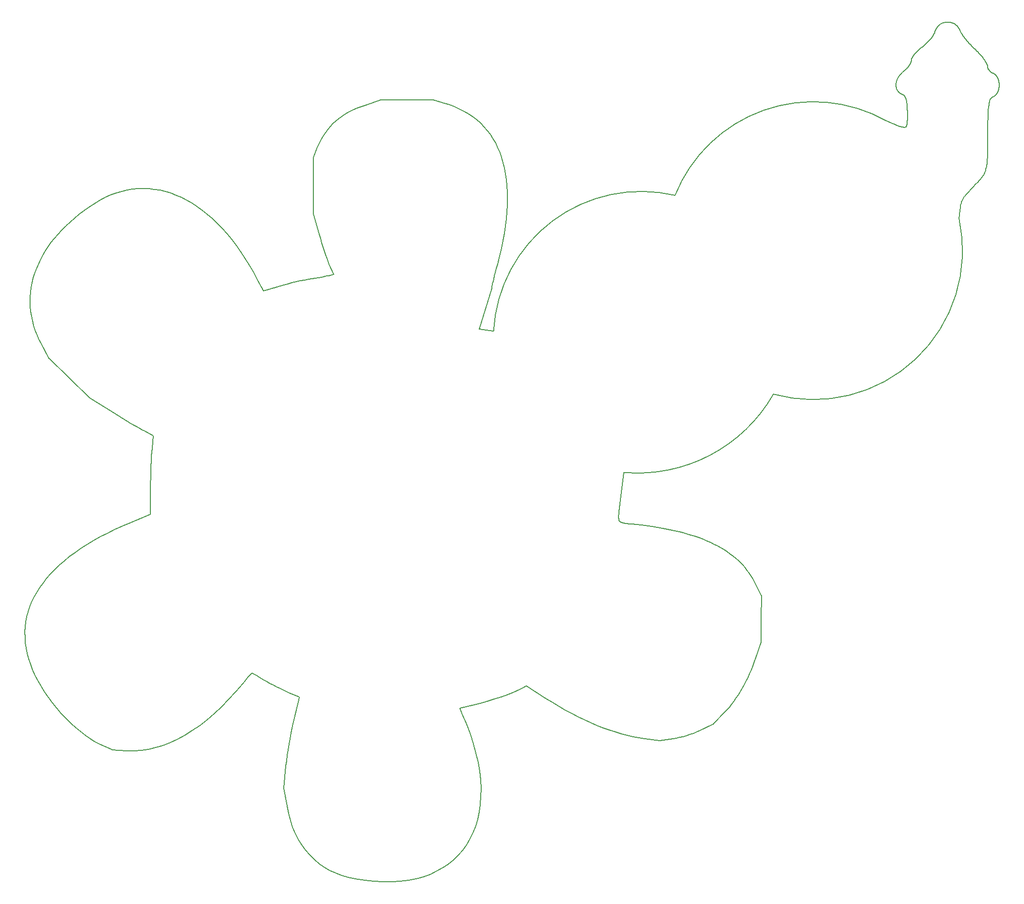
<source format=gbr>
%TF.GenerationSoftware,KiCad,Pcbnew,7.0.9*%
%TF.CreationDate,2023-12-28T12:29:43-06:00*%
%TF.ProjectId,bsidesPR,62736964-6573-4505-922e-6b696361645f,rev?*%
%TF.SameCoordinates,Original*%
%TF.FileFunction,Profile,NP*%
%FSLAX46Y46*%
G04 Gerber Fmt 4.6, Leading zero omitted, Abs format (unit mm)*
G04 Created by KiCad (PCBNEW 7.0.9) date 2023-12-28 12:29:43*
%MOMM*%
%LPD*%
G01*
G04 APERTURE LIST*
%TA.AperFunction,Profile*%
%ADD10C,0.194720*%
%TD*%
G04 APERTURE END LIST*
D10*
X71107855Y-143046124D02*
X71594561Y-143324526D01*
X127046150Y-150035087D02*
X128145396Y-150534771D01*
X60333073Y-61008798D02*
X59436693Y-60360916D01*
X44580512Y-155218720D02*
X44585552Y-155220013D01*
X32047465Y-69708865D02*
X31677288Y-70495133D01*
X134511047Y-152730341D02*
X135527043Y-152959588D01*
X79705360Y-51795470D02*
X79703353Y-51800873D01*
X149551657Y-150754556D02*
X149556033Y-150751315D01*
X77719731Y-171891511D02*
X78378739Y-172800754D01*
X188367121Y-29416549D02*
X188324891Y-29505561D01*
X31951602Y-126905515D02*
X31433041Y-127727641D01*
X183353799Y-42672706D02*
X183378706Y-43000058D01*
X100607237Y-41722347D02*
X100599179Y-41721203D01*
X183155833Y-46417163D02*
X183144954Y-46427677D01*
X70732894Y-74567639D02*
X70577593Y-74279518D01*
X133140766Y-115263598D02*
X133117391Y-115223447D01*
X30371470Y-75332810D02*
X30309144Y-76152163D01*
X145566052Y-117715235D02*
X144019286Y-117274773D01*
X44555805Y-155210569D02*
X44560674Y-155212423D01*
X108685583Y-166106938D02*
X108870470Y-164792463D01*
X149568689Y-150740983D02*
X149572746Y-150737339D01*
X57308955Y-152704839D02*
X58592085Y-151911780D01*
X152339830Y-147768460D02*
X152738113Y-147272431D01*
X79690932Y-51856869D02*
X79690465Y-51862607D01*
X181416169Y-39107759D02*
X181418750Y-39251812D01*
X84713205Y-44585704D02*
X84150257Y-44996605D01*
X29383408Y-134695137D02*
X29392281Y-135608890D01*
X81433903Y-48062559D02*
X81078760Y-48684968D01*
X198257673Y-41222445D02*
X198285681Y-41211957D01*
X181133170Y-45988919D02*
X180824258Y-45856713D01*
X29776694Y-138397649D02*
X30024699Y-139341736D01*
X107099221Y-170793000D02*
X107620597Y-169711170D01*
X113597643Y-57791616D02*
X113537000Y-56706952D01*
X90328435Y-178241901D02*
X91918846Y-178324108D01*
X51818835Y-100389890D02*
X51574694Y-102622312D01*
X197573245Y-36424444D02*
X197529194Y-36346404D01*
X197931837Y-41525439D02*
X197952991Y-41490117D01*
X86969176Y-177798108D02*
X88678074Y-178067182D01*
X133012081Y-114742174D02*
X133009219Y-114658941D01*
X30630275Y-73702313D02*
X30478597Y-74515944D01*
X197370539Y-35674701D02*
X197357477Y-35636806D01*
X143643905Y-153091445D02*
X144244146Y-152939419D01*
X184156457Y-34535078D02*
X184132500Y-34606328D01*
X79722106Y-61540296D02*
X79722949Y-61548142D01*
X71023306Y-75057422D02*
X71016121Y-75058496D01*
X68948210Y-141863291D02*
X68956444Y-141854566D01*
X191854761Y-28613604D02*
X191782051Y-28559508D01*
X100566672Y-41719480D02*
X100566886Y-41719808D01*
X184561033Y-33870622D02*
X184501779Y-33947428D01*
X68573126Y-70633430D02*
X67820805Y-69420153D01*
X68777906Y-142050282D02*
X68864481Y-141954104D01*
X129234885Y-150996762D02*
X130313903Y-151420746D01*
X197808708Y-36720873D02*
X197741935Y-36650690D01*
X51295352Y-109659421D02*
X51277774Y-114128171D01*
X157907888Y-128241074D02*
X157905416Y-128234694D01*
X133165253Y-113001964D02*
X133264000Y-112259189D01*
X195322155Y-56493551D02*
X195707971Y-56090345D01*
X183187332Y-46380409D02*
X183176944Y-46393575D01*
X182950200Y-41089497D02*
X182968944Y-41119099D01*
X111178000Y-73077085D02*
X111323031Y-72480312D01*
X197529194Y-36346404D02*
X197492052Y-36268356D01*
X42567844Y-118043687D02*
X41378229Y-118706470D01*
X149560331Y-150747972D02*
X149564551Y-150744527D01*
X183141455Y-36394617D02*
X183079161Y-36453417D01*
X110861602Y-74608335D02*
X110873191Y-74519098D01*
X191475780Y-28375235D02*
X191395882Y-28337200D01*
X144244146Y-152939419D02*
X144853602Y-152762687D01*
X75386713Y-166367798D02*
X75721688Y-167599121D01*
X184088370Y-34889722D02*
X184086900Y-34920191D01*
X44575502Y-155217315D02*
X44580512Y-155218720D01*
X195256369Y-32956090D02*
X195043993Y-32755302D01*
X91457503Y-41760816D02*
X88875472Y-42610425D01*
X43811995Y-117395646D02*
X42567844Y-118043687D01*
X34204937Y-147078274D02*
X34955344Y-148009100D01*
X52934164Y-57505144D02*
X51983536Y-57343394D01*
X30678386Y-80260002D02*
X30890175Y-81078540D01*
X197348423Y-52265296D02*
X197385638Y-51594283D01*
X101254569Y-176463841D02*
X102314568Y-175872221D01*
X197028741Y-35004879D02*
X196967977Y-34911318D01*
X68980879Y-141841129D02*
X68988181Y-141844744D01*
X183324665Y-46031407D02*
X183309606Y-46095368D01*
X47212302Y-57485685D02*
X46261311Y-57707177D01*
X145462979Y-152564137D02*
X146062984Y-152346658D01*
X76001876Y-73670918D02*
X75271114Y-73851571D01*
X184082510Y-34954562D02*
X184075229Y-34992587D01*
X70990891Y-75030826D02*
X70981737Y-75015527D01*
X198083562Y-41328862D02*
X198106541Y-41309198D01*
X50075715Y-57208891D02*
X49120486Y-57236945D01*
X133009219Y-114658941D02*
X133008668Y-114569898D01*
X121428444Y-146982220D02*
X122565810Y-147665675D01*
X45313696Y-57993956D02*
X44370440Y-58346426D01*
X199303244Y-40010473D02*
X199325503Y-39933048D01*
X191554452Y-28416484D02*
X191475780Y-28375235D01*
X33849678Y-124512369D02*
X33160290Y-125297675D01*
X197652606Y-42429412D02*
X197683891Y-42265014D01*
X183023149Y-46492099D02*
X183005517Y-46496736D01*
X179740957Y-45386126D02*
G75*
G03*
X142856688Y-58397001I-12744967J-22656224D01*
G01*
X183409083Y-44728251D02*
X183406031Y-44984209D01*
X198033783Y-36904773D02*
X197955123Y-36848697D01*
X197401476Y-35786803D02*
X197392591Y-35749643D01*
X79705558Y-56698270D02*
X79721190Y-61516629D01*
X111857688Y-70430600D02*
X112224421Y-69024441D01*
X198204335Y-41246295D02*
X198230580Y-41233847D01*
X69869486Y-142331243D02*
X70250107Y-142548663D01*
X197255448Y-53121123D02*
X197292055Y-52853671D01*
X70666048Y-142788740D02*
X71107855Y-143046124D01*
X79725437Y-61563729D02*
X79727080Y-61571456D01*
X190293479Y-28135785D02*
X190293448Y-28135816D01*
X67428168Y-143655530D02*
X67747638Y-143265898D01*
X182787004Y-40899257D02*
X182808733Y-40918788D01*
X69306469Y-71900837D02*
X68573126Y-70633430D01*
X133020935Y-114265871D02*
X133029685Y-114151547D01*
X33530933Y-86819845D02*
X33533368Y-86823699D01*
X182332922Y-46426132D02*
X182237824Y-46399733D01*
X147717645Y-118467687D02*
X147022897Y-118204596D01*
X84665319Y-177204176D02*
X85790386Y-177539543D01*
X183039751Y-46487080D02*
X183023149Y-46492099D01*
X48165688Y-57329075D02*
X47212302Y-57485685D01*
X78836409Y-73079129D02*
X78184527Y-73196916D01*
X157922169Y-128314593D02*
X157921870Y-128307735D01*
X133084659Y-113630077D02*
X133165253Y-113001964D01*
X33412864Y-67398286D02*
X32915548Y-68159773D01*
X183884488Y-35458136D02*
X183849923Y-35519006D01*
X30512914Y-79439455D02*
X30678386Y-80260002D01*
X74568266Y-161920666D02*
X74568379Y-161928275D01*
X185301594Y-33071979D02*
X185133585Y-33232098D01*
X130313903Y-151420746D02*
X131381740Y-151806409D01*
X197322881Y-52568963D02*
X197348423Y-52265296D01*
X33535878Y-86827502D02*
X33538463Y-86831254D01*
X77123514Y-170915601D02*
X77719731Y-171891511D01*
X181490220Y-39667785D02*
X181535089Y-39799104D01*
X183407097Y-43741839D02*
X183410636Y-44157285D01*
X110600376Y-47771823D02*
X110074864Y-47078060D01*
X199043965Y-40584193D02*
X199084719Y-40517801D01*
X30890175Y-81078540D02*
X31148534Y-81894321D01*
X182506795Y-46467999D02*
X182422574Y-46448861D01*
X75398871Y-145237485D02*
X77293402Y-146057797D01*
X196968250Y-54256276D02*
X197041242Y-54051714D01*
X197440456Y-36115363D02*
X197432642Y-36078331D01*
X31453714Y-82706595D02*
X31805969Y-83514612D01*
X113634424Y-145578691D02*
X114684064Y-145172337D01*
X150855381Y-119968411D02*
X150272573Y-119643466D01*
X79721190Y-61516629D02*
X79721225Y-61524533D01*
X79692293Y-51845448D02*
X79691542Y-51851149D01*
X193125791Y-30503495D02*
X192987002Y-30297610D01*
X74412189Y-144786329D02*
X74932679Y-145031097D01*
X192364464Y-29161795D02*
X192308733Y-29082060D01*
X81194720Y-66693102D02*
X81688180Y-68234157D01*
X193278650Y-30718846D02*
X193125791Y-30503495D01*
X133481024Y-152461520D02*
X134511047Y-152730341D01*
X108468773Y-157460094D02*
X108115379Y-155855308D01*
X198802617Y-40884038D02*
X198855904Y-40828908D01*
X187274822Y-31333090D02*
X187114938Y-31509647D01*
X188169901Y-29949858D02*
X188147220Y-30013737D01*
X146305705Y-117953789D02*
X145566052Y-117715235D01*
X156406285Y-125337029D02*
X156112370Y-124847849D01*
X184501779Y-33947428D02*
X184445614Y-34023312D01*
X74568379Y-161928275D02*
X74568742Y-161935874D01*
X75293390Y-155251029D02*
X75151875Y-156230561D01*
X198906684Y-37473038D02*
X198855909Y-37415322D01*
X64943624Y-146488000D02*
X66191302Y-145118173D01*
X187922465Y-30461030D02*
X187871558Y-30543822D01*
X198627676Y-37211985D02*
X198564325Y-37168867D01*
X181431992Y-39393556D02*
X181455835Y-39532408D01*
X94914175Y-178218348D02*
X96316269Y-178034062D01*
X108978373Y-162005649D02*
X108899152Y-160537220D01*
X182422574Y-46448861D02*
X182332922Y-46426132D01*
X153507594Y-146217808D02*
X153878066Y-145660565D01*
X80747885Y-49342446D02*
X80439925Y-50036206D01*
X36255506Y-122233620D02*
X35397495Y-122980116D01*
X33528573Y-86815943D02*
X33530933Y-86819845D01*
X182400904Y-40702142D02*
X182472896Y-40732748D01*
X44600836Y-155223204D02*
X44605979Y-155224038D01*
X184297742Y-34246192D02*
X184256018Y-34319149D01*
X196337514Y-55358424D02*
X196467322Y-55181703D01*
X157906668Y-132378110D02*
X157922263Y-128321469D01*
X81814670Y-47474006D02*
X81433903Y-48062559D01*
X195888308Y-33580192D02*
X195684479Y-33369435D01*
X183262589Y-36273867D02*
X183202631Y-36334720D01*
X47869570Y-115542233D02*
X46463067Y-116144693D01*
X64638367Y-65117107D02*
X63803626Y-64181052D01*
X82429018Y-72427435D02*
X82098534Y-72493867D01*
X70999465Y-75044999D02*
X70990891Y-75030826D01*
X49301487Y-99049382D02*
X49850823Y-99359632D01*
X71594561Y-143324526D02*
X72129702Y-143619305D01*
X182031232Y-46335623D02*
X181919709Y-46297757D01*
X44595716Y-155222255D02*
X44600836Y-155223204D01*
X110074864Y-47078060D02*
X109507804Y-46422215D01*
X33558561Y-86855998D02*
X33561709Y-86859302D01*
X49850823Y-99359632D02*
X50275866Y-99589108D01*
X182199795Y-40595783D02*
X182264346Y-40633587D01*
X148389969Y-118743090D02*
X147717645Y-118467687D01*
X187698637Y-30801130D02*
X187634738Y-30889010D01*
X33552468Y-86849211D02*
X33555480Y-86852634D01*
X51983536Y-57343394D02*
X51030393Y-57244508D01*
X197494617Y-44011830D02*
X197529450Y-43478369D01*
X183996497Y-35228793D02*
X183972491Y-35283510D01*
X199363467Y-38468794D02*
X199345560Y-38389555D01*
X36543666Y-149773815D02*
X37369310Y-150593908D01*
X197105979Y-53836957D02*
X197162906Y-53611064D01*
X198199553Y-36997341D02*
X198157208Y-36976891D01*
X198855909Y-37415322D02*
X198802622Y-37360191D01*
X199426096Y-39287335D02*
X199429186Y-39204770D01*
X44585552Y-155220013D02*
X44590621Y-155221191D01*
X183730948Y-35706120D02*
X183686438Y-35769315D01*
X108677354Y-81738827D02*
X111177355Y-82138827D01*
X182742362Y-40863535D02*
X182764882Y-40880849D01*
X184974722Y-33393166D02*
X184825891Y-33554130D01*
X30393506Y-78617648D02*
X30512914Y-79439455D01*
X70922337Y-74910943D02*
X70865859Y-74809772D01*
X197423545Y-36006413D02*
X197422385Y-35971723D01*
X40710946Y-93763096D02*
X40715543Y-93766822D01*
X192915039Y-59376884D02*
X192985868Y-59217692D01*
X140139105Y-153643811D02*
X140146894Y-153644742D01*
X156451473Y-140573423D02*
X156718906Y-139869011D01*
X182623643Y-40792325D02*
X182648218Y-40804619D01*
X67050337Y-68261444D02*
X66262554Y-67157741D01*
X182648218Y-40804619D02*
X182672373Y-40817857D01*
X182264346Y-40633587D02*
X182331385Y-40669064D01*
X198498452Y-37129170D02*
X198430055Y-37093060D01*
X131381740Y-151806409D02*
X132437684Y-152153438D01*
X183488245Y-36023672D02*
X183434157Y-36086960D01*
X135527043Y-152959588D02*
X136528300Y-153148949D01*
X108968440Y-163424715D02*
X108978373Y-162005649D01*
X183182120Y-41641667D02*
X183209920Y-41746858D01*
X154310745Y-122593494D02*
X153883881Y-122180727D01*
X112548189Y-67649115D02*
X112829041Y-66304916D01*
X38207761Y-151363296D02*
X39052884Y-152075081D01*
X40243359Y-119383770D02*
X39163442Y-120075361D01*
X183391664Y-45436228D02*
X183378868Y-45631950D01*
X79703353Y-51800873D02*
X79701485Y-51806320D01*
X183090519Y-41367017D02*
X183122292Y-41451833D01*
X133458453Y-115508548D02*
X133402627Y-115482536D01*
X134464537Y-115732287D02*
X134223044Y-115698422D01*
X183208048Y-46350974D02*
X183197714Y-46366269D01*
X107126588Y-152523065D02*
X106488955Y-150799518D01*
X183209920Y-41746858D02*
X183235902Y-41858689D01*
X55761133Y-58363546D02*
X54823945Y-58015624D01*
X192797385Y-59711957D02*
X192852383Y-59541148D01*
X44611142Y-155224756D02*
X44616324Y-155225358D01*
X149667414Y-119330951D02*
X149039886Y-119030835D01*
X91529776Y-41749112D02*
X91520576Y-41749307D01*
X40635849Y-60421251D02*
X39733897Y-61056757D01*
X149572746Y-150737339D02*
X149576718Y-150733597D01*
X83252425Y-72235379D02*
X82654769Y-72377957D01*
X29392281Y-135608890D02*
X29460666Y-136530826D01*
X136528300Y-153148949D02*
X137514105Y-153298108D01*
X198061039Y-41350366D02*
X198083562Y-41328862D01*
X157905416Y-128234694D02*
X157902752Y-128228383D01*
X199303224Y-38233750D02*
X199278769Y-38157375D01*
X91475178Y-41755734D02*
X91466295Y-41758097D01*
X30024699Y-139341736D02*
X30332941Y-140292408D01*
X128145396Y-150534771D02*
X129234885Y-150996762D01*
X71008284Y-75059827D02*
X70999465Y-75044999D01*
X186506644Y-32097065D02*
X186415617Y-32174668D01*
X195473491Y-33160946D02*
X195256369Y-32956090D01*
X183005517Y-46496736D02*
X182986777Y-46501035D01*
X67820805Y-69420153D02*
X67050337Y-68261444D01*
X193154114Y-58908619D02*
X193252561Y-58755790D01*
X184091232Y-34818962D02*
X184088370Y-34889722D01*
X71070784Y-75049832D02*
X71060737Y-75051820D01*
X193480687Y-58446168D02*
X193611397Y-58286426D01*
X80057904Y-72868651D02*
X78836409Y-73079129D01*
X68049021Y-142902318D02*
X68325622Y-142573059D01*
X195684479Y-33369435D02*
X195473491Y-33160946D01*
X182137739Y-40555725D02*
X182199795Y-40595783D01*
X83594983Y-176793134D02*
X84665319Y-177204176D01*
X31350081Y-71288327D02*
X31066269Y-72087756D01*
X197752627Y-41978525D02*
X197789787Y-41855631D01*
X33951971Y-66646393D02*
X33412864Y-67398286D01*
X197623572Y-42608449D02*
X197652606Y-42429412D01*
X79695393Y-51828491D02*
X79694219Y-51834117D01*
X191232826Y-28270778D02*
X191149879Y-28242394D01*
X194408624Y-32098526D02*
X194202341Y-31868083D01*
X91511401Y-41749868D02*
X91502264Y-41750793D01*
X157914150Y-128260586D02*
X157912257Y-128254024D01*
X182021142Y-40469141D02*
X182078185Y-40513487D01*
X199278769Y-38157375D02*
X199252105Y-38082147D01*
X181676034Y-38070089D02*
X181610701Y-38219109D01*
X79699754Y-51811808D02*
X79698161Y-51817334D01*
X71016121Y-75058496D02*
X71008284Y-75059827D01*
X111323031Y-72480312D02*
X111487059Y-71830031D01*
X199345579Y-39854668D02*
X199363484Y-39775430D01*
X199192098Y-37935514D02*
X199158728Y-37864301D01*
X198746817Y-40936415D02*
X198802617Y-40884038D01*
X59872809Y-151020227D02*
X61149726Y-150031126D01*
X48377369Y-155418882D02*
X49638110Y-155341791D01*
X79690465Y-51862607D02*
X79690142Y-51868359D01*
X181773833Y-40218343D02*
X181818216Y-40272135D01*
X105297301Y-148005139D02*
X107799262Y-147401624D01*
X196903554Y-34815930D02*
X196835585Y-34718837D01*
X182331385Y-40669064D02*
X182400904Y-40702142D01*
X199325503Y-39933048D02*
X199345579Y-39854668D01*
X79690142Y-51868359D02*
X79689961Y-51874122D01*
X199252105Y-38082147D02*
X199223219Y-38008161D01*
X70865859Y-74809772D02*
X70802468Y-74694956D01*
X133736497Y-115601899D02*
X133658353Y-115580062D01*
X197327542Y-35559893D02*
X197310775Y-35520762D01*
X182385733Y-37065457D02*
X182257854Y-37202389D01*
X86618088Y-43500317D02*
X85945766Y-43838773D01*
X113262203Y-63711066D02*
X113414613Y-62462000D01*
X68570746Y-142286389D02*
X68679548Y-142161487D01*
X181966616Y-40422760D02*
X182021142Y-40469141D01*
X197212564Y-53373020D02*
X197255448Y-53121123D01*
X192757539Y-29922179D02*
X192669818Y-29756606D01*
X182078185Y-40513487D02*
X182137739Y-40555725D01*
X188285757Y-29597398D02*
X188249823Y-29692048D01*
X153127489Y-146755322D02*
X153507594Y-146217808D01*
X193252561Y-58755790D02*
X193361247Y-58602131D01*
X182138677Y-37342102D02*
X182028278Y-37484246D01*
X44550976Y-155208604D02*
X44555805Y-155210569D01*
X184392748Y-34098349D02*
X184343388Y-34172617D01*
X198242398Y-37015833D02*
X198199553Y-36997341D01*
X197467257Y-44615873D02*
X197494617Y-44011830D01*
X30291873Y-76973253D02*
X30319910Y-77795331D01*
X71051973Y-75053362D02*
X71044171Y-75054576D01*
X183361340Y-45807255D02*
X183338339Y-45961972D01*
X196045498Y-55716203D02*
X196197021Y-55536062D01*
X199420929Y-39369712D02*
X199426096Y-39287335D01*
X44370440Y-58346426D02*
X43432524Y-58764990D01*
X108899152Y-160537220D02*
X108729658Y-159021383D01*
X182585598Y-46483623D02*
X182506795Y-46467999D01*
X199379233Y-39695428D02*
X199392838Y-39614760D01*
X196967977Y-34911318D02*
X196903554Y-34815930D01*
X196835585Y-34718837D02*
X196764182Y-34620160D01*
X197741935Y-36650690D02*
X197680106Y-36577370D01*
X180824258Y-45856713D02*
X179740957Y-45386126D01*
X191925718Y-28670909D02*
X191854761Y-28613604D01*
X74932679Y-145031097D02*
X75398871Y-145239484D01*
X197408863Y-35823830D02*
X197401476Y-35786803D01*
X149538088Y-150763647D02*
X149542683Y-150760723D01*
X199000709Y-40648667D02*
X199043965Y-40584193D01*
X70802468Y-74694956D02*
X70732894Y-74567639D01*
X74572692Y-161966046D02*
X75119567Y-165073453D01*
X113067029Y-64992136D02*
X113262203Y-63711066D01*
X142508246Y-153309827D02*
X143062174Y-153215877D01*
X184132500Y-34606328D02*
X184113505Y-34677341D01*
X142382453Y-116882978D02*
X140655405Y-116539614D01*
X185661503Y-32758782D02*
X185477863Y-32913856D01*
X199122973Y-40449656D02*
X199158728Y-40379926D01*
X181750536Y-37921741D02*
X181676034Y-38070089D01*
X182727014Y-46504633D02*
X182659000Y-46495808D01*
X133046502Y-115021106D02*
X133034463Y-114959064D01*
X81688180Y-68234157D02*
X81931117Y-68950787D01*
X192708325Y-60082292D02*
X192749515Y-59891596D01*
X133024708Y-114892032D02*
X133017246Y-114819803D01*
X70971175Y-74997327D02*
X70922337Y-74910943D01*
X96316269Y-178034062D02*
X97652767Y-177764628D01*
X62093005Y-62479656D02*
X61218787Y-61715190D01*
X189456829Y-28350173D02*
X189300586Y-28430638D01*
X183005378Y-41182515D02*
X183023076Y-41216388D01*
X182672373Y-40817857D02*
X182696112Y-40832069D01*
X181732005Y-40162880D02*
X181773833Y-40218343D01*
X113537000Y-56706952D02*
X113433900Y-55656044D01*
X79727080Y-61571456D02*
X79728987Y-61579129D01*
X39898544Y-152722366D02*
X40738604Y-153298254D01*
X100566886Y-41719808D02*
X96047354Y-41735410D01*
X132437684Y-152153438D02*
X133481024Y-152461520D01*
X40729891Y-93777276D02*
X40734851Y-93780515D01*
X183434157Y-36086960D02*
X183378451Y-36149847D01*
X183686438Y-35769315D02*
X183639814Y-35832807D01*
X71037008Y-75055579D02*
X71023306Y-75057422D01*
X137514105Y-153298108D02*
X140139105Y-153643811D01*
X182911635Y-41034354D02*
X182931099Y-41061259D01*
X152963467Y-121393066D02*
X152469881Y-121018113D01*
X183309606Y-46095368D02*
X183293296Y-46153893D01*
X198627670Y-41032243D02*
X198688502Y-40985873D01*
X69533637Y-142141828D02*
X69869486Y-142331243D01*
X183540617Y-35960125D02*
X183488245Y-36023672D01*
X111055621Y-73607476D02*
X111113746Y-73351362D01*
X151954016Y-120655705D02*
X151415856Y-120305814D01*
X107620597Y-169711170D02*
X108059528Y-168568247D01*
X192560375Y-29512719D02*
X192515661Y-29420193D01*
X152469881Y-121018113D02*
X151954016Y-120655705D01*
X157917350Y-128273861D02*
X157915848Y-128267200D01*
X44546189Y-155206528D02*
X44550976Y-155208604D01*
X197910681Y-41563527D02*
X197931837Y-41525439D01*
X199278788Y-40086848D02*
X199303244Y-40010473D01*
X71305311Y-74995851D02*
X71177707Y-75026441D01*
X106488955Y-150799518D02*
X105754340Y-149040296D01*
X43432524Y-58764990D02*
X42500931Y-59250051D01*
X33533368Y-86823699D02*
X33535878Y-86827502D01*
X151933004Y-148242734D02*
X152339830Y-147768460D01*
X100615252Y-41723774D02*
X100607237Y-41722347D01*
X133264620Y-115397247D02*
X133227738Y-115366226D01*
X110850446Y-74659822D02*
X110852757Y-74652642D01*
X107668357Y-154208980D02*
X107126588Y-152523065D01*
X181418209Y-46106756D02*
X181133170Y-45988919D01*
X186947842Y-31683545D02*
X186774768Y-31853323D01*
X81931117Y-68950787D02*
X82162004Y-69602483D01*
X192852383Y-59541148D02*
X192915039Y-59376884D01*
X182871604Y-40984426D02*
X182891805Y-41008753D01*
X113288391Y-54639187D02*
X113100526Y-53656671D01*
X199043967Y-37660036D02*
X199000711Y-37595562D01*
X182851028Y-40961343D02*
X182871604Y-40984426D01*
X189782918Y-28226481D02*
X189617886Y-28282081D01*
X91484141Y-41753728D02*
X91475178Y-41755734D01*
X110854831Y-74645394D02*
X110856667Y-74638083D01*
X184099680Y-34748193D02*
X184091232Y-34818962D01*
X91502264Y-41750793D02*
X91493173Y-41752080D01*
X110060538Y-146779538D02*
X111275116Y-146398622D01*
X197955123Y-36848697D02*
X197879934Y-36787136D01*
X187871558Y-30543822D02*
X187817190Y-30628276D01*
X91466295Y-41758097D02*
X91457503Y-41760816D01*
X199430213Y-39122113D02*
X199429185Y-39039456D01*
X110859619Y-74623298D02*
X110860732Y-74615836D01*
X100123329Y-176977676D02*
X101254569Y-176463841D01*
X197432642Y-36078331D02*
X197426985Y-36041982D01*
X85790386Y-177539543D02*
X86969176Y-177798108D01*
X192127012Y-28862065D02*
X192061949Y-28795141D01*
X187817190Y-30628276D02*
X187759502Y-30714132D01*
X196446588Y-34212402D02*
X196270388Y-34003042D01*
X197572266Y-43011803D02*
X197623572Y-42608449D01*
X33541120Y-86834954D02*
X33543850Y-86838601D01*
X33546652Y-86842193D02*
X33549525Y-86845730D01*
X198074261Y-36930509D02*
X198033783Y-36904773D01*
X183302971Y-42234667D02*
X183321714Y-42373699D01*
X193361247Y-58602131D02*
X193480687Y-58446168D01*
X79728987Y-61579129D02*
X80738753Y-65153348D01*
X199363484Y-39775430D02*
X199379233Y-39695428D01*
X197418492Y-49949885D02*
X197422385Y-47811566D01*
X105243826Y-43305166D02*
X104391373Y-42925617D01*
X51519316Y-103204767D02*
X51469233Y-103928572D01*
X69026029Y-141863426D02*
X69035590Y-141868390D01*
X153878066Y-145660565D02*
X154238542Y-145084269D01*
X109507804Y-46422215D02*
X108899391Y-45804677D01*
X133900000Y-106800000D02*
G75*
G03*
X160020380Y-93125663I2400000J27200000D01*
G01*
X182522234Y-36931659D02*
X182385733Y-37065457D01*
X79696708Y-51822896D02*
X79695393Y-51828491D01*
X44605979Y-155224038D02*
X44611142Y-155224756D01*
X198038908Y-41373843D02*
X198061039Y-41350366D01*
X198746823Y-37307814D02*
X198688508Y-37258356D01*
X188412342Y-29330379D02*
X188367121Y-29416549D01*
X30225353Y-130263098D02*
X29939393Y-131129943D01*
X81622534Y-175748528D02*
X82580385Y-176307543D01*
X140178185Y-153645807D02*
X140186008Y-153645408D01*
X198285681Y-37032269D02*
X198242398Y-37015833D01*
X189150000Y-28523357D02*
X189005910Y-28628213D01*
X155458185Y-123907885D02*
X155097878Y-123457043D01*
X188679626Y-28942668D02*
X188621029Y-29014409D01*
X40738604Y-153298254D02*
X41566929Y-153795847D01*
X111487059Y-71830031D02*
X111666480Y-71141656D01*
X184445614Y-34023312D02*
X184392748Y-34098349D01*
X193620677Y-31170002D02*
X193444105Y-30941677D01*
X183238216Y-46297220D02*
X183228315Y-46316454D01*
X53881294Y-57729356D02*
X52934164Y-57505144D01*
X30972358Y-128561547D02*
X30569735Y-129406832D01*
X75801341Y-152324632D02*
X75623012Y-153268564D01*
X187498407Y-31066374D02*
X187426261Y-31155339D01*
X51574694Y-102622312D02*
X51572695Y-102622312D01*
X198285681Y-41211957D02*
X198359130Y-41183522D01*
X83621058Y-45434081D02*
X83124254Y-45899346D01*
X196796113Y-54641160D02*
X196886656Y-54452229D01*
X183639814Y-35832807D02*
X183591173Y-35896457D01*
X79689925Y-51879895D02*
X79705558Y-56698270D01*
X82654769Y-72377957D02*
X82429018Y-72427435D01*
X110860732Y-74615836D02*
X110861602Y-74608335D01*
X182987335Y-41150095D02*
X183005378Y-41182515D01*
X197422385Y-35971723D02*
X197421514Y-35934670D01*
X44570524Y-155215796D02*
X44575502Y-155217315D01*
X198115424Y-36954581D02*
X198074261Y-36930509D01*
X33160290Y-125297675D02*
X32527528Y-126095465D01*
X187426261Y-31155339D02*
X187274822Y-31333090D01*
X62421435Y-148945424D02*
X63686535Y-147764066D01*
X182886563Y-36621848D02*
X182820792Y-36674870D01*
X151415856Y-120305814D02*
X150855381Y-119968411D01*
X140162526Y-153645807D02*
X140170355Y-153645940D01*
X142856685Y-58397008D02*
G75*
G03*
X111177355Y-82138827I-5901815J-25131242D01*
G01*
X111525982Y-49271553D02*
X111084147Y-48503117D01*
X183176944Y-46393575D02*
X183166470Y-46405811D01*
X133117391Y-115223447D02*
X133096272Y-115179326D01*
X108414896Y-167366184D02*
X108685583Y-166106938D01*
X183110076Y-46454646D02*
X183097440Y-46462263D01*
X40702043Y-93755292D02*
X40706445Y-93759252D01*
X33526290Y-86811992D02*
X33528573Y-86815943D01*
X100582966Y-41719769D02*
X100574825Y-41719480D01*
X190379742Y-28131928D02*
X190293479Y-28135785D01*
X75982164Y-151451569D02*
X75801341Y-152324632D01*
X37169307Y-121500511D02*
X36255506Y-122233620D01*
X30478597Y-74515944D02*
X30371470Y-75332810D01*
X193753893Y-58121430D02*
X193908691Y-57949705D01*
X197432925Y-46050445D02*
X197467257Y-44615873D01*
X72413700Y-74686757D02*
X71988931Y-74811117D01*
X35154376Y-65174062D02*
X34532574Y-65904762D01*
X149542683Y-150760723D02*
X149547207Y-150757692D01*
X197187940Y-35273395D02*
X197138835Y-35186039D01*
X51030393Y-57244508D02*
X50075715Y-57208891D01*
X140154703Y-153645408D02*
X140162526Y-153645807D01*
X183260069Y-41977226D02*
X183282424Y-42102530D01*
X183152814Y-41543303D02*
X183182120Y-41641667D01*
X75721688Y-167599121D02*
X76123485Y-168768279D01*
X182986777Y-46501035D02*
X182945483Y-46507861D01*
X192644473Y-60502432D02*
X192708325Y-60082292D01*
X196467322Y-55181703D02*
X196586793Y-55004310D01*
X182951615Y-36567172D02*
X182886563Y-36621848D01*
X71451882Y-74958560D02*
X71305311Y-74995851D01*
X197292055Y-52853671D02*
X197322881Y-52568963D01*
X186139735Y-32393982D02*
X186047354Y-32461980D01*
X44560674Y-155212423D02*
X44565581Y-155214166D01*
X30332941Y-140292408D02*
X30701602Y-141249265D01*
X199325483Y-38311175D02*
X199303224Y-38233750D01*
X157919759Y-128287310D02*
X157918654Y-128280566D01*
X29543467Y-132893777D02*
X29433863Y-133789966D01*
X192602072Y-29608441D02*
X192560375Y-29512719D01*
X183266784Y-46231569D02*
X183257467Y-46254782D01*
X31433041Y-127727641D02*
X30972358Y-128561547D01*
X183282424Y-42102530D02*
X183302971Y-42234667D01*
X198154132Y-41274860D02*
X198178874Y-41259923D01*
X54741082Y-153991685D02*
X56024820Y-153398456D01*
X149039886Y-119030835D02*
X148389969Y-118743090D01*
X122565810Y-147665675D02*
X123696975Y-148313002D01*
X197232932Y-35358441D02*
X197187940Y-35273395D01*
X149547207Y-150757692D02*
X149551657Y-150754556D01*
X72696159Y-143921668D02*
X73276807Y-144222821D01*
X46261311Y-57707177D02*
X45313696Y-57993956D01*
X154928052Y-143877217D02*
X155256360Y-143247812D01*
X133053503Y-113903642D02*
X133084659Y-113630077D01*
X182667280Y-36801346D02*
X182522234Y-36931659D01*
X70020003Y-73221936D02*
X69306469Y-71900837D01*
X188120079Y-30081098D02*
X188088620Y-30151680D01*
X134223044Y-115698422D02*
X134112255Y-115680632D01*
X191782051Y-28559508D02*
X191707692Y-28508622D01*
X32915548Y-68159773D02*
X32460317Y-68930189D01*
X188460448Y-29247066D02*
X188412342Y-29330379D01*
X184256018Y-34319149D02*
X184218424Y-34391565D01*
X53459140Y-154483580D02*
X54741082Y-153991685D01*
X196586793Y-55004310D02*
X196696275Y-54824658D01*
X157910169Y-128247519D02*
X157907888Y-128241074D01*
X197529450Y-43478369D02*
X197572266Y-43011803D01*
X181680136Y-46210019D02*
X181418209Y-46106756D01*
X31638170Y-143192772D02*
X32202361Y-144174682D01*
X133227738Y-115366226D02*
X133195064Y-115333823D01*
X34532574Y-65904762D02*
X33951971Y-66646393D01*
X182891805Y-41008753D02*
X182911635Y-41034354D01*
X191994815Y-28731422D02*
X191925718Y-28670909D01*
X88875472Y-42610425D02*
X88081587Y-42887357D01*
X116285590Y-144448499D02*
X116930121Y-144102796D01*
X191314862Y-28302381D02*
X191232826Y-28270778D01*
X183396463Y-43356266D02*
X183407097Y-43741839D01*
X44565581Y-155214166D02*
X44570524Y-155215796D01*
X133195064Y-115333823D02*
X133166388Y-115299985D01*
X199158728Y-40379926D02*
X199192105Y-40308711D01*
X197273903Y-35440872D02*
X197232932Y-35358441D01*
X78378739Y-172800754D02*
X79099531Y-173642203D01*
X181802682Y-46255915D02*
X181680136Y-46210019D01*
X183070182Y-46475710D02*
X183055403Y-46481632D01*
X184343388Y-34172617D02*
X184297742Y-34246192D01*
X183406031Y-44984209D02*
X183400471Y-45220258D01*
X198106541Y-41309198D02*
X198130043Y-41291241D01*
X193444105Y-30941677D02*
X193278650Y-30718846D01*
X198688502Y-40985873D02*
X198746817Y-40936415D01*
X133911318Y-115642884D02*
X133820748Y-115622822D01*
X70976683Y-75006901D02*
X70971175Y-74997327D01*
X185133585Y-33232098D02*
X184974722Y-33393166D01*
X133014520Y-114373568D02*
X133020935Y-114265871D01*
X69035590Y-141868390D02*
X69135079Y-141921668D01*
X182237824Y-46399733D02*
X182137266Y-46369589D01*
X199413667Y-38792419D02*
X199404305Y-38710704D01*
X106056092Y-43725351D02*
X105243826Y-43305166D01*
X133077413Y-115131032D02*
X133060821Y-115078360D01*
X31148534Y-81894321D02*
X31453714Y-82706595D01*
X69002314Y-141851621D02*
X69017460Y-141859081D01*
X107799262Y-147401624D02*
X108886071Y-147119315D01*
X41566929Y-153795847D02*
X42377383Y-154208249D01*
X183284715Y-46181129D02*
X183275872Y-46207019D01*
X182789655Y-46510173D02*
X182727014Y-46504633D01*
X183144954Y-46427677D02*
X183133754Y-46437399D01*
X191631791Y-28460947D02*
X191554452Y-28416484D01*
X199379218Y-38548796D02*
X199363467Y-38468794D01*
X194001271Y-31635191D02*
X193806891Y-31401835D01*
X189005910Y-28628213D02*
X188869157Y-28745086D01*
X184218424Y-34391565D02*
X184185168Y-34463516D01*
X37369310Y-150593908D02*
X38207761Y-151363296D01*
X66262554Y-67157741D02*
X65458287Y-66109483D01*
X133402627Y-115482536D02*
X133351854Y-115455350D01*
X51383059Y-105687354D02*
X51322366Y-107672892D01*
X194830926Y-32544121D02*
X194618645Y-32324534D01*
X184075229Y-34992587D02*
X184065087Y-35034015D01*
X183228315Y-46316454D02*
X183218253Y-46334370D01*
X151517996Y-148694577D02*
X151933004Y-148242734D01*
X75119567Y-165073453D02*
X75119567Y-165075437D01*
X190638964Y-28139727D02*
X190552590Y-28133900D01*
X120285590Y-146262952D02*
X121428444Y-146982220D01*
X140186008Y-153645408D02*
X140193817Y-153644742D01*
X70577593Y-74279518D02*
X70404200Y-73953559D01*
X30701602Y-141249265D02*
X31135871Y-142215334D01*
X160020379Y-93125666D02*
G75*
G03*
X192448824Y-62566480I6975611J25083316D01*
G01*
X197828613Y-41745768D02*
X197868960Y-41648534D01*
X33549525Y-86845730D02*
X33552468Y-86849211D01*
X197385638Y-51594283D02*
X197407671Y-50827017D01*
X199404314Y-39533521D02*
X199413673Y-39451806D01*
X157899899Y-128222145D02*
X157896857Y-128215985D01*
X82373701Y-70167488D02*
X82559065Y-70624051D01*
X149533424Y-150766464D02*
X149538088Y-150763647D01*
X199413673Y-39451806D02*
X199420929Y-39369712D01*
X71615706Y-74915067D02*
X71451882Y-74958560D01*
X182472896Y-40732748D02*
X182547354Y-40760808D01*
X187634738Y-30889010D02*
X187567947Y-30977511D01*
X186774768Y-31853323D02*
X186596948Y-32017518D01*
X134112255Y-115680632D02*
X134008416Y-115662137D01*
X82658492Y-46393613D02*
X82222415Y-46918095D01*
X69385460Y-142059213D02*
X69533637Y-142141828D01*
X199122973Y-37794572D02*
X199084720Y-37726428D01*
X198802622Y-37360191D02*
X198746823Y-37307814D01*
X140655405Y-116539614D02*
X138837995Y-116244450D01*
X183202631Y-36334720D02*
X183141455Y-36394617D01*
X149584403Y-150725827D02*
X151517996Y-148694577D01*
X80722436Y-175117216D02*
X81622534Y-175748528D01*
X198130043Y-41291241D02*
X198154132Y-41274860D01*
X44541445Y-155204343D02*
X44546189Y-155206528D01*
X196696275Y-54824658D02*
X196796113Y-54641160D01*
X157918654Y-128280566D02*
X157917350Y-128273861D01*
X79721225Y-61524533D02*
X79721531Y-61532424D01*
X183812791Y-35580793D02*
X183773123Y-35643247D01*
X100574825Y-41719480D02*
X100566672Y-41719480D01*
X197789787Y-41855631D02*
X197828613Y-41745768D01*
X198954951Y-37533174D02*
X198906684Y-37473038D01*
X192602809Y-60983541D02*
X192644473Y-60502432D01*
X32822310Y-145154167D02*
X33491880Y-146124330D01*
X133658353Y-115580062D02*
X133586104Y-115557259D01*
X183972491Y-35283510D02*
X183945802Y-35340139D01*
X197450366Y-36152978D02*
X197440456Y-36115363D01*
X112283068Y-50918300D02*
X111925687Y-50076743D01*
X33561709Y-86859302D02*
X33564925Y-86862546D01*
X134008416Y-115662137D02*
X133911318Y-115642884D01*
X183057459Y-41288615D02*
X183090519Y-41367017D01*
X191066126Y-28217228D02*
X190981673Y-28195283D01*
X40706445Y-93759252D02*
X40710946Y-93763096D01*
X199223232Y-40236063D02*
X199252122Y-40162077D01*
X183945802Y-35340139D02*
X183916457Y-35398430D01*
X199223219Y-38008161D02*
X199192098Y-37935514D01*
X183235902Y-41858689D02*
X183260069Y-41977226D01*
X104391373Y-42925617D02*
X103498926Y-42587090D01*
X82580385Y-176307543D02*
X83594983Y-176793134D01*
X154588658Y-144489594D02*
X154928052Y-143877217D01*
X68956444Y-141854566D02*
X68973090Y-141837186D01*
X49120486Y-57236945D02*
X48165688Y-57329075D01*
X47125430Y-155389905D02*
X48377369Y-155418882D01*
X37264041Y-63054212D02*
X36520405Y-63748119D01*
X113433900Y-55656044D02*
X113288391Y-54639187D01*
X183257467Y-46254782D02*
X183247939Y-46276665D01*
X188869157Y-28745086D02*
X188740583Y-28873857D01*
X56024820Y-153398456D02*
X57308955Y-152704839D01*
X133008668Y-114569898D02*
X133010433Y-114474842D01*
X187969767Y-30380160D02*
X187922465Y-30461030D01*
X112597930Y-51795835D02*
X112283068Y-50918300D01*
X111084147Y-48503117D02*
X110600376Y-47771823D01*
X59436693Y-60360916D02*
X58530480Y-59771984D01*
X74569356Y-161943457D02*
X74570219Y-161951017D01*
X116930121Y-144102796D02*
X120285590Y-146262952D01*
X103301913Y-175204657D02*
X104215192Y-174462989D01*
X197392591Y-35749643D02*
X197382262Y-35712294D01*
X183197714Y-46366269D02*
X183187332Y-46380409D01*
X133029685Y-114151547D02*
X133053503Y-113903642D01*
X182846937Y-46512507D02*
X182789655Y-46510173D01*
X181535089Y-39799104D02*
X181590383Y-39925781D01*
X198430051Y-41151167D02*
X198498446Y-41115057D01*
X77293402Y-146057797D02*
X77170355Y-146563642D01*
X156112370Y-124847849D02*
X155796343Y-124371478D01*
X51322366Y-107672892D02*
X51304137Y-108680143D01*
X199392826Y-38629464D02*
X199379218Y-38548796D01*
X194885276Y-56938519D02*
X195322155Y-56493551D01*
X182968944Y-41119099D02*
X182987335Y-41150095D01*
X183015847Y-36510982D02*
X182951615Y-36567172D01*
X147022897Y-118204596D02*
X146305705Y-117953789D01*
X182898875Y-46511710D02*
X182846937Y-46512507D01*
X198430055Y-37093060D02*
X198359132Y-37060704D01*
X68988181Y-141844744D02*
X69002314Y-141851621D01*
X133166388Y-115299985D02*
X133140766Y-115263598D01*
X199000711Y-37595562D02*
X198954951Y-37533174D01*
X188217196Y-29789494D02*
X188187979Y-29889722D01*
X30309144Y-76152163D02*
X30291873Y-76973253D01*
X108115379Y-155855308D02*
X107668357Y-154208980D01*
X44621524Y-155225842D02*
X47125430Y-155389905D01*
X135349034Y-115830596D02*
X134732194Y-115764832D01*
X85945766Y-43838773D02*
X85311256Y-44200164D01*
X62954895Y-63301756D02*
X62093005Y-62479656D01*
X133060821Y-115078360D02*
X133046502Y-115021106D01*
X78184527Y-73196916D02*
X77480320Y-73338323D01*
X182028278Y-37484246D02*
X181926737Y-37628468D01*
X75398871Y-145239484D02*
X75398871Y-145237485D01*
X196270388Y-34003042D02*
X196083953Y-33791850D01*
X70404200Y-73953559D02*
X70020003Y-73221936D01*
X182808733Y-40918788D02*
X182830073Y-40939474D01*
X98922257Y-177411885D02*
X100123329Y-176977676D01*
X149580604Y-150729760D02*
X149584403Y-150725827D01*
X155878266Y-141940620D02*
X156171139Y-141264185D01*
X30319910Y-77795331D02*
X30393506Y-78617648D01*
X190466147Y-28131300D02*
X190379742Y-28131928D01*
X42500931Y-59250051D02*
X41576644Y-59802014D01*
X181610701Y-38219109D02*
X181554615Y-38368449D01*
X113524312Y-61245230D02*
X113591349Y-60061048D01*
X195882597Y-55900435D02*
X196045498Y-55716203D01*
X41576644Y-59802014D02*
X40635849Y-60421251D01*
X181818216Y-40272135D02*
X181865146Y-40324184D01*
X191395882Y-28337200D02*
X191314862Y-28302381D01*
X197868960Y-41648534D02*
X197910681Y-41563527D01*
X75151875Y-156230561D02*
X75032411Y-157162959D01*
X96047354Y-41735410D02*
X91529776Y-41749112D01*
X182830073Y-40939474D02*
X182851028Y-40961343D01*
X183410636Y-44157285D02*
X183409083Y-44728251D01*
X187759502Y-30714132D02*
X187698637Y-30801130D01*
X157915848Y-128267200D02*
X157914150Y-128260586D01*
X197343127Y-35598556D02*
X197327542Y-35559893D01*
X36520405Y-63748119D02*
X35817085Y-64454958D01*
X74939887Y-158018720D02*
X74568793Y-161905438D01*
X136930075Y-115997251D02*
X136079637Y-115904980D01*
X181554615Y-38368449D02*
X181507855Y-38517758D01*
X184017789Y-35176236D02*
X183996497Y-35228793D01*
X51469233Y-103928572D02*
X51423473Y-104765508D01*
X181418750Y-39251812D02*
X181431992Y-39393556D01*
X71060737Y-75051820D02*
X71051973Y-75053362D01*
X80958480Y-65912186D02*
X81194720Y-66693102D01*
X75032411Y-157162959D02*
X74939887Y-158018720D01*
X197414700Y-35860780D02*
X197408863Y-35823830D01*
X193806891Y-31401835D02*
X193620677Y-31170002D01*
X82162004Y-69602483D02*
X82373701Y-70167488D01*
X38871082Y-61707864D02*
X38047698Y-62373905D01*
X63686535Y-147764066D02*
X64943624Y-146488000D01*
X181926737Y-37628468D02*
X181834130Y-37774417D01*
X140201605Y-153643811D02*
X142508246Y-153309827D01*
X77170355Y-146563642D02*
X76160590Y-150678876D01*
X71988931Y-74811117D02*
X71615706Y-74915067D01*
X149556033Y-150751315D02*
X149560331Y-150747972D01*
X193611397Y-58286426D02*
X193753893Y-58121430D01*
X83124254Y-45899346D02*
X82658492Y-46393613D01*
X111275116Y-146398622D02*
X112482259Y-145992896D01*
X198017103Y-41399424D02*
X198038908Y-41373843D01*
X143062174Y-153215877D02*
X143643905Y-153091445D01*
X150272573Y-119643466D02*
X149667414Y-119330951D01*
X183321714Y-42373699D02*
X183353799Y-42672706D01*
X124821227Y-148923889D02*
X125937856Y-149498021D01*
X157920664Y-128294089D02*
X157919759Y-128287310D01*
X77480320Y-73338323D02*
X76745523Y-73498080D01*
X197462309Y-36191081D02*
X197450366Y-36152978D01*
X156171139Y-141264185D02*
X156451473Y-140573423D01*
X123696975Y-148313002D02*
X124821227Y-148923889D01*
X190552590Y-28133900D02*
X190466147Y-28131300D01*
X199084720Y-37726428D02*
X199043967Y-37660036D01*
X192749515Y-59891596D02*
X192797385Y-59711957D01*
X197717280Y-42114852D02*
X197752627Y-41978525D01*
X184687979Y-33713941D02*
X184561033Y-33870622D01*
X192468034Y-29330862D02*
X192417600Y-29244729D01*
X149523893Y-150771767D02*
X149528691Y-150769171D01*
X153434794Y-121780594D02*
X152963467Y-121393066D01*
X33521956Y-86803952D02*
X33524084Y-86807995D01*
X31135871Y-142215334D02*
X31638170Y-143192772D01*
X49638110Y-155341791D02*
X50906253Y-155159579D01*
X133034463Y-114959064D02*
X133024708Y-114892032D01*
X75119567Y-165075437D02*
X75386713Y-166367798D01*
X76160590Y-150678876D02*
X75982164Y-151451569D01*
X183084169Y-46469269D02*
X183070182Y-46475710D01*
X156718906Y-139869011D02*
X156973075Y-139151624D01*
X199084719Y-40517801D02*
X199122973Y-40449656D01*
X190981673Y-28195283D02*
X190896625Y-28176559D01*
X100599179Y-41721203D02*
X100591086Y-41720343D01*
X45110472Y-116762573D02*
X43811995Y-117395646D01*
X183400471Y-45220258D02*
X183391664Y-45436228D01*
X157896857Y-128215985D02*
X156678107Y-125839047D01*
X154715404Y-123018923D02*
X154310745Y-122593494D01*
X79881099Y-174414733D02*
X80722436Y-175117216D01*
X183378706Y-43000058D02*
X183396463Y-43356266D01*
X188088620Y-30151680D02*
X188052987Y-30225225D01*
X133017246Y-114819803D02*
X133012081Y-114742174D01*
X107559282Y-44686072D02*
X106827975Y-44185782D01*
X194076307Y-57769776D02*
X194452059Y-57379406D01*
X34955344Y-148009100D02*
X35736965Y-148909913D01*
X41378229Y-118706470D02*
X40243359Y-119383770D01*
X72129702Y-143619305D02*
X72696159Y-143921668D01*
X103498926Y-42587090D02*
X102566680Y-42289975D01*
X110873191Y-74519098D02*
X110893700Y-74395156D01*
X56691878Y-58772717D02*
X55761133Y-58363546D01*
X66191302Y-145118173D02*
X67428168Y-143655530D01*
X197138835Y-35186039D02*
X197085731Y-35096493D01*
X155796343Y-124371478D02*
X155458185Y-123907885D01*
X108059528Y-168568247D02*
X108414896Y-167366184D01*
X69135079Y-141921668D02*
X69252155Y-141985551D01*
X192669818Y-29756606D02*
X192602072Y-29608441D01*
X183055403Y-46481632D02*
X183039751Y-46487080D01*
X35817085Y-64454958D02*
X35154376Y-65174062D01*
X80439925Y-50036206D02*
X79707503Y-51790113D01*
X190725165Y-28148780D02*
X190638964Y-28139727D01*
X74574976Y-74034768D02*
X73935198Y-74215242D01*
X155573219Y-142602055D02*
X155878266Y-141940620D01*
X146062984Y-152346658D02*
X146644322Y-152113139D01*
X133264000Y-112259189D02*
X133900000Y-106800000D01*
X113591349Y-60061048D02*
X113615776Y-58909746D01*
X74568742Y-161935874D02*
X74569356Y-161943457D01*
X194618645Y-32324534D02*
X194408624Y-32098526D01*
X30569735Y-129406832D02*
X30225353Y-130263098D01*
X190896625Y-28176559D02*
X190811087Y-28161058D01*
X79701485Y-51806320D02*
X79699754Y-51811808D01*
X75452065Y-154253863D02*
X75293390Y-155251029D01*
X149528691Y-150769171D02*
X149533424Y-150766464D01*
X74571331Y-161958549D02*
X74572692Y-161966046D01*
X68679548Y-142161487D02*
X68777906Y-142050282D01*
X182547354Y-40760808D02*
X182598644Y-40780945D01*
X187567947Y-30977511D02*
X187498407Y-31066374D01*
X82222415Y-46918095D02*
X81814670Y-47474006D01*
X154238542Y-145084269D02*
X154588658Y-144489594D01*
X157902752Y-128228383D02*
X157899899Y-128222145D01*
X197407671Y-50827017D02*
X197418492Y-49949885D01*
X138837995Y-116244450D02*
X136930075Y-115997251D01*
X42377383Y-154208249D02*
X44541445Y-155204343D01*
X39733897Y-61056757D02*
X38871082Y-61707864D01*
X193065388Y-59062095D02*
X193154114Y-58908619D01*
X199392838Y-39614760D02*
X199404314Y-39533521D01*
X73373519Y-74387723D02*
X72878925Y-74544716D01*
X102566680Y-42289975D02*
X100631125Y-41727475D01*
X35397495Y-122980116D02*
X34595482Y-123739774D01*
X197426985Y-36041982D02*
X197423545Y-36006413D01*
X46463067Y-116144693D02*
X45110472Y-116762573D01*
X39052884Y-152075081D02*
X39898544Y-152722366D01*
X197492052Y-36268356D02*
X197462309Y-36191081D01*
X188324891Y-29505561D02*
X188285757Y-29597398D01*
X35736965Y-148909913D02*
X36543666Y-149773815D01*
X76745523Y-73498080D02*
X76001876Y-73670918D01*
X198178874Y-41259923D02*
X198204335Y-41246295D01*
X198359130Y-41183522D02*
X198430051Y-41151167D01*
X197421514Y-35934670D02*
X197418934Y-35897708D01*
X110922662Y-74239266D02*
X110959613Y-74054185D01*
X181470498Y-38666684D02*
X181442623Y-38814875D01*
X199345560Y-38389555D02*
X199325483Y-38311175D01*
X140193817Y-153644742D02*
X140201605Y-153643811D01*
X192448824Y-62566480D02*
X192500000Y-61700000D01*
X40720235Y-93770428D02*
X40725018Y-93773914D01*
X199426094Y-38956891D02*
X199420925Y-38874513D01*
X197418934Y-35897708D02*
X197414700Y-35860780D01*
X110858264Y-74630716D02*
X110859619Y-74623298D01*
X50275866Y-99589108D02*
X51818835Y-100389890D01*
X113615776Y-58909746D02*
X113597643Y-57791616D01*
X190293448Y-28135816D02*
X190121540Y-28153229D01*
X197382262Y-35712294D02*
X197370539Y-35674701D01*
X74570219Y-161951017D02*
X74571331Y-161958549D01*
X29939393Y-131129943D02*
X29712038Y-132006969D01*
X115583635Y-144790163D02*
X116285590Y-144448499D01*
X197162906Y-53611064D02*
X197212564Y-53373020D01*
X33491880Y-146124330D02*
X34204937Y-147078274D01*
X183849923Y-35519006D02*
X183812791Y-35580793D01*
X198230580Y-41233847D02*
X198257673Y-41222445D01*
X183133754Y-46437399D02*
X183122154Y-46446373D01*
X108249819Y-45225833D02*
X107559282Y-44686072D01*
X61218787Y-61715190D02*
X60333073Y-61008798D01*
X183293296Y-46153893D02*
X183284715Y-46181129D01*
X114684064Y-145172337D02*
X115583635Y-144790163D01*
X63803626Y-64181052D02*
X62954895Y-63301756D01*
X198564319Y-41075360D02*
X198627670Y-41032243D01*
X69252155Y-141985551D02*
X69385460Y-142059213D01*
X199158728Y-37864301D02*
X199122973Y-37794572D01*
X156973075Y-139151624D02*
X157889090Y-136436749D01*
X79693186Y-51839770D02*
X79692293Y-51845448D01*
X194202341Y-31868083D02*
X194001271Y-31635191D01*
X195707971Y-56090345D02*
X195882597Y-55900435D01*
X186324020Y-32250143D02*
X186232008Y-32323309D01*
X183079161Y-36453417D02*
X183015847Y-36510982D01*
X191707692Y-28508622D02*
X191631791Y-28460947D01*
X181919709Y-46297757D02*
X181802682Y-46255915D01*
X33543850Y-86838601D02*
X33546652Y-86842193D01*
X152738113Y-147272431D02*
X153127489Y-146755322D01*
X183218253Y-46334370D02*
X183208048Y-46350974D01*
X105754340Y-149040296D02*
X105297301Y-148005139D01*
X183097440Y-46462263D02*
X183084169Y-46469269D01*
X157921870Y-128307735D02*
X157921368Y-128300899D01*
X188187979Y-29889722D02*
X188169901Y-29949858D01*
X68325622Y-142573059D02*
X68570746Y-142286389D01*
X190121540Y-28153229D02*
X189951083Y-28183491D01*
X182719440Y-40847285D02*
X182742362Y-40863535D01*
X186596948Y-32017518D02*
X186506644Y-32097065D01*
X197310775Y-35520762D02*
X197273903Y-35440872D01*
X182659000Y-46495808D02*
X182585598Y-46483623D01*
X133351854Y-115455350D02*
X133305922Y-115426938D01*
X189951083Y-28183491D02*
X189782918Y-28226481D01*
X108886071Y-147119315D02*
X110060538Y-146779538D01*
X189300586Y-28430638D02*
X189150000Y-28523357D01*
X58530480Y-59771984D02*
X57615265Y-59242438D01*
X38138689Y-120781016D02*
X37169307Y-121500511D01*
X133096272Y-115179326D02*
X133077413Y-115131032D01*
X32460317Y-68930189D02*
X32047465Y-69708865D01*
X44616324Y-155225358D02*
X44621524Y-155225842D01*
X184052113Y-35078598D02*
X184036337Y-35126088D01*
X190811087Y-28161058D02*
X190725165Y-28148780D01*
X188621029Y-29014409D02*
X188564897Y-29089066D01*
X197623712Y-36501694D02*
X197573245Y-36424444D01*
X133305922Y-115426938D02*
X133264620Y-115397247D01*
X111113746Y-73351362D02*
X111178000Y-73077085D01*
X100591086Y-41720343D02*
X100582966Y-41719769D01*
X183338339Y-45961972D02*
X183324665Y-46031407D01*
X197995559Y-41427242D02*
X198017103Y-41399424D01*
X181590383Y-39925781D02*
X181656041Y-40047235D01*
X85311256Y-44200164D02*
X84713205Y-44585704D01*
X192863759Y-30103176D02*
X192757539Y-29922179D01*
X61149726Y-150031126D02*
X62421435Y-148945424D01*
X88081587Y-42887357D02*
X87329577Y-43183583D01*
X133820748Y-115622822D02*
X133736497Y-115601899D01*
X47919897Y-98240262D02*
X49301487Y-99049382D01*
X134732194Y-115764832D02*
X134464537Y-115732287D01*
X31805969Y-83514612D02*
X32205550Y-84317624D01*
X108870470Y-164792463D02*
X108968440Y-163424715D01*
X75271114Y-73851571D02*
X74574976Y-74034768D01*
X51572695Y-102622312D02*
X51519316Y-103204767D01*
X71044171Y-75054576D02*
X71037008Y-75055579D01*
X197041242Y-54051714D02*
X197105979Y-53836957D01*
X183275872Y-46207019D02*
X183266784Y-46231569D01*
X149564551Y-150744527D02*
X149568689Y-150740983D01*
X133586104Y-115557259D02*
X133519541Y-115533439D01*
X106496520Y-171811780D02*
X107099221Y-170793000D01*
X196083953Y-33791850D02*
X195888308Y-33580192D01*
X157922263Y-128321469D02*
X157922169Y-128314593D01*
X51304137Y-108680143D02*
X51295352Y-109659421D01*
X196197021Y-55536062D02*
X196337514Y-55358424D01*
X181507855Y-38517758D02*
X181470498Y-38666684D01*
X199429185Y-39039456D02*
X199426094Y-38956891D01*
X199429186Y-39204770D02*
X199430213Y-39122113D01*
X183247939Y-46276665D02*
X183238216Y-46297220D01*
X192515661Y-29420193D02*
X192468034Y-29330862D01*
X181424308Y-38961980D02*
X181416169Y-39107759D01*
X79694219Y-51834117D02*
X79693186Y-51839770D01*
X184036337Y-35126088D02*
X184017789Y-35176236D01*
X31677288Y-70495133D02*
X31350081Y-71288327D01*
X157912257Y-128254024D02*
X157910169Y-128247519D01*
X29712038Y-132006969D02*
X29543467Y-132893777D01*
X192987002Y-30297610D02*
X192863759Y-30103176D01*
X79722949Y-61548142D02*
X79724059Y-61555955D01*
X125937856Y-149498021D02*
X127046150Y-150035087D01*
X79099531Y-173642203D02*
X79881099Y-174414733D01*
X97652767Y-177764628D02*
X98922257Y-177411885D01*
X44654772Y-96243405D02*
X46311019Y-97269139D01*
X188052987Y-30225225D02*
X188013322Y-30301471D01*
X198157208Y-36976891D02*
X198115424Y-36954581D01*
X188740583Y-28873857D02*
X188679626Y-28942668D01*
X184185168Y-34463516D02*
X184156457Y-34535078D01*
X183122154Y-46446373D02*
X183110076Y-46454646D01*
X146644322Y-152113139D02*
X147197699Y-151866467D01*
X52180397Y-154873193D02*
X53459140Y-154483580D01*
X111925687Y-50076743D02*
X111525982Y-49271553D01*
X140170355Y-153645940D02*
X140178185Y-153645807D01*
X183378451Y-36149847D02*
X183321229Y-36212196D01*
X188511335Y-29166623D02*
X188460448Y-29247066D01*
X144019286Y-117274773D02*
X142382453Y-116882978D01*
X40697741Y-93751218D02*
X40702043Y-93755292D01*
X111666480Y-71141656D02*
X111857688Y-70430600D01*
X184086900Y-34920191D02*
X184082510Y-34954562D01*
X182257854Y-37202389D02*
X182138677Y-37342102D01*
X198564325Y-37168867D02*
X198498452Y-37129170D01*
X110847899Y-74666928D02*
X110850446Y-74659822D01*
X186232008Y-32323309D02*
X186139735Y-32393982D01*
X196764182Y-34620160D02*
X196611528Y-34418564D01*
X194452059Y-57379406D02*
X194885276Y-56938519D01*
X91493173Y-41752080D02*
X91484141Y-41753728D01*
X100631125Y-41727475D02*
X100623217Y-41725484D01*
X183122292Y-41451833D02*
X183152814Y-41543303D01*
X193908691Y-57949705D02*
X194076307Y-57769776D01*
X111004088Y-73842669D02*
X111055621Y-73607476D01*
X70981737Y-75015527D02*
X70976683Y-75006901D01*
X44590621Y-155221191D02*
X44595716Y-155222255D01*
X87329577Y-43183583D02*
X86618088Y-43500317D01*
X157889090Y-136436749D02*
X157906668Y-132380109D01*
X58592085Y-151911780D02*
X59872809Y-151020227D01*
X192500000Y-61700000D02*
X192602809Y-60983541D01*
X153883881Y-122180727D02*
X153434794Y-121780594D01*
X198906680Y-40771191D02*
X198954948Y-40711056D01*
X110852757Y-74652642D02*
X110854831Y-74645394D01*
X40715543Y-93766822D02*
X40720235Y-93770428D01*
X79698161Y-51817334D02*
X79696708Y-51822896D01*
X32202361Y-144174682D02*
X32822310Y-145154167D01*
X183916457Y-35398430D02*
X183884488Y-35458136D01*
X51423473Y-104765508D02*
X51383059Y-105687354D01*
X102314568Y-175872221D02*
X103301913Y-175204657D01*
X136079637Y-115904980D02*
X135349034Y-115830596D01*
X65458287Y-66109483D02*
X64638367Y-65117107D01*
X183166470Y-46405811D02*
X183155833Y-46417163D01*
X32527528Y-126095465D02*
X31951602Y-126905515D01*
X72878925Y-74544716D02*
X72413700Y-74686757D01*
X157906668Y-132380109D02*
X157906668Y-132378110D01*
X37131335Y-90305905D02*
X40697741Y-93751218D01*
X110893700Y-74395156D02*
X110922662Y-74239266D01*
X198954948Y-40711056D02*
X199000709Y-40648667D01*
X51277774Y-114128171D02*
X47869570Y-115542233D01*
X196886656Y-54452229D02*
X196968250Y-54256276D01*
X82098534Y-72493867D02*
X81189096Y-72665498D01*
X110856667Y-74638083D02*
X110858264Y-74630716D01*
X105052994Y-173649060D02*
X105813907Y-172764710D01*
X147197699Y-151866467D02*
X149514105Y-150776624D01*
X181442623Y-38814875D02*
X181424308Y-38961980D01*
X181455835Y-39532408D02*
X181490220Y-39667785D01*
X31066269Y-72087756D02*
X30826249Y-72892668D01*
X197952991Y-41490117D02*
X197974210Y-41457429D01*
X182598644Y-40780945D02*
X182623643Y-40792325D01*
X79721531Y-61532424D02*
X79722106Y-61540296D01*
X113414613Y-62462000D02*
X113524312Y-61245230D01*
X188147220Y-30013737D02*
X188120079Y-30081098D01*
X68937934Y-141874280D02*
X68948210Y-141863291D01*
X182137266Y-46369589D02*
X182031232Y-46335623D01*
X182764882Y-40880849D02*
X182787004Y-40899257D01*
X144853602Y-152762687D02*
X145462979Y-152564137D01*
X40725018Y-93773914D02*
X40729891Y-93777276D01*
X181865146Y-40324184D02*
X181914615Y-40374417D01*
X196611528Y-34418564D02*
X196446588Y-34212402D01*
X189617886Y-28282081D02*
X189456829Y-28350173D01*
X91520576Y-41749307D02*
X91511401Y-41749868D01*
X76123485Y-168768279D02*
X76591097Y-169874148D01*
X73276807Y-144222821D02*
X73854524Y-144513973D01*
X197879934Y-36787136D02*
X197808708Y-36720873D01*
X199420925Y-38874513D02*
X199413667Y-38792419D01*
X100623217Y-41725484D02*
X100615252Y-41723774D01*
X104215192Y-174462989D02*
X105052994Y-173649060D01*
X46311019Y-97269139D02*
X47919897Y-98240262D01*
X155097878Y-123457043D02*
X154715404Y-123018923D01*
X133010433Y-114474842D02*
X133014520Y-114373568D01*
X198855904Y-40828908D02*
X198906680Y-40771191D01*
X149519030Y-150774252D02*
X149523893Y-150771767D01*
X70250107Y-142548663D02*
X70666048Y-142788740D01*
X33524084Y-86807995D02*
X33526290Y-86811992D01*
X81189096Y-72665498D02*
X80057904Y-72868651D01*
X33555480Y-86852634D02*
X33558561Y-86855998D01*
X197680106Y-36577370D02*
X197623712Y-36501694D01*
X112829041Y-66304916D02*
X113067029Y-64992136D01*
X73854524Y-144513973D02*
X74412189Y-144786329D01*
X40734851Y-93780515D02*
X44654772Y-96243405D01*
X76591097Y-169874148D02*
X77123514Y-170915601D01*
X182696112Y-40832069D02*
X182719440Y-40847285D01*
X181834130Y-37774417D02*
X181750536Y-37921741D01*
X191149879Y-28242394D02*
X191066126Y-28217228D01*
X108899391Y-45804677D02*
X108249819Y-45225833D01*
X108677354Y-81738827D02*
X110847899Y-74666928D01*
X197357477Y-35636806D02*
X197343127Y-35598556D01*
X186415617Y-32174668D02*
X186324020Y-32250143D01*
X68864481Y-141954104D02*
X68937934Y-141874280D01*
X197974210Y-41457429D02*
X197995559Y-41427242D01*
X79724059Y-61555955D02*
X79725437Y-61563729D01*
X192417600Y-29244729D02*
X192364464Y-29161795D01*
X187114938Y-31509647D02*
X186947842Y-31683545D01*
X110959613Y-74054185D02*
X111004088Y-73842669D01*
X73935198Y-74215242D02*
X73373519Y-74387723D01*
X155256360Y-143247812D02*
X155573219Y-142602055D01*
X197085731Y-35096493D02*
X197028741Y-35004879D01*
X185851629Y-32607807D02*
X185661503Y-32758782D01*
X108729658Y-159021383D02*
X108468773Y-157460094D01*
X181656041Y-40047235D02*
X181732005Y-40162880D01*
X184065087Y-35034015D02*
X184052113Y-35078598D01*
X199404305Y-38710704D02*
X199392826Y-38629464D01*
X74568404Y-161913051D02*
X74568266Y-161920666D01*
X80738753Y-65153348D02*
X80958480Y-65912186D01*
X183023076Y-41216388D02*
X183057459Y-41288615D01*
X192308733Y-29082060D02*
X192250510Y-29005526D01*
X54823945Y-58015624D02*
X53881294Y-57729356D01*
X133519541Y-115533439D02*
X133458453Y-115508548D01*
X69017460Y-141859081D02*
X69026029Y-141863426D01*
X198359132Y-37060704D02*
X198285681Y-37032269D01*
X181914615Y-40374417D02*
X181966616Y-40422760D01*
X112870356Y-52708790D02*
X112597930Y-51795835D01*
X34595482Y-123739774D02*
X33849678Y-124512369D01*
X188013322Y-30301471D02*
X187969767Y-30380160D01*
X68973090Y-141837186D02*
X68980879Y-141841129D01*
X199252122Y-40162077D02*
X199278788Y-40086848D01*
X50906253Y-155159579D02*
X52180397Y-154873193D01*
X192985868Y-59217692D02*
X193065388Y-59062095D01*
X112224421Y-69024441D02*
X112548189Y-67649115D01*
X149514105Y-150776624D02*
X149519030Y-150774252D01*
X188564897Y-29089066D02*
X188511335Y-29166623D01*
X33538463Y-86831254D02*
X33541120Y-86834954D01*
X38047698Y-62373905D02*
X37264041Y-63054212D01*
X195043993Y-32755302D02*
X194830926Y-32544121D01*
X198688508Y-37258356D02*
X198627676Y-37211985D01*
X182820792Y-36674870D02*
X182667280Y-36801346D01*
X39163442Y-120075361D02*
X38138689Y-120781016D01*
X57615265Y-59242438D02*
X56691878Y-58772717D01*
X184825891Y-33554130D02*
X184687979Y-33713941D01*
X81078760Y-48684968D02*
X80747885Y-49342446D01*
X197683891Y-42265014D02*
X197717280Y-42114852D01*
X93447897Y-178315643D02*
X94914175Y-178218348D01*
X198498446Y-41115057D02*
X198564319Y-41075360D01*
X113100526Y-53656671D02*
X112870356Y-52708790D01*
X79691542Y-51851149D02*
X79690932Y-51856869D01*
X67747638Y-143265898D02*
X68049021Y-142902318D01*
X82559065Y-70624051D02*
X83252425Y-72235379D01*
X29433863Y-133789966D02*
X29383408Y-134695137D01*
X91918846Y-178324108D02*
X93447897Y-178315643D01*
X192189901Y-28932194D02*
X192127012Y-28862065D01*
X185477863Y-32913856D02*
X185301594Y-33071979D01*
X199192105Y-40308711D02*
X199223232Y-40236063D01*
X79689961Y-51874122D02*
X79689925Y-51879895D01*
X197422385Y-47811566D02*
X197432925Y-46050445D01*
X188249823Y-29692048D02*
X188217196Y-29789494D01*
X149576718Y-150733597D02*
X149580604Y-150729760D01*
X71177707Y-75026441D02*
X71070784Y-75049832D01*
X192061949Y-28795141D02*
X191994815Y-28731422D01*
X74568793Y-161905438D02*
X74568404Y-161913051D01*
X183378868Y-45631950D02*
X183361340Y-45807255D01*
X29460666Y-136530826D02*
X29588743Y-137460546D01*
X186047354Y-32461980D02*
X185851629Y-32607807D01*
X183321229Y-36212196D02*
X183262589Y-36273867D01*
X182931099Y-41061259D02*
X182950200Y-41089497D01*
X105813907Y-172764710D02*
X106496520Y-171811780D01*
X182945483Y-46507861D02*
X182898875Y-46511710D01*
X183591173Y-35896457D02*
X183540617Y-35960125D01*
X32205550Y-84317624D02*
X33521956Y-86803952D01*
X33564925Y-86862546D02*
X37131335Y-90305905D01*
X75623012Y-153268564D02*
X75452065Y-154253863D01*
X112482259Y-145992896D02*
X113634424Y-145578691D01*
X183773123Y-35643247D02*
X183730948Y-35706120D01*
X106827975Y-44185782D02*
X106056092Y-43725351D01*
X184113505Y-34677341D02*
X184099680Y-34748193D01*
X84150257Y-44996605D02*
X83621058Y-45434081D01*
X30826249Y-72892668D02*
X30630275Y-73702313D01*
X29588743Y-137460546D02*
X29776694Y-138397649D01*
X157921368Y-128300899D02*
X157920664Y-128294089D01*
X79707503Y-51790113D02*
X79705360Y-51795470D01*
X140146894Y-153644742D02*
X140154703Y-153645408D01*
X156678107Y-125839047D02*
X156406285Y-125337029D01*
X88678074Y-178067182D02*
X90328435Y-178241901D01*
X192250510Y-29005526D02*
X192189901Y-28932194D01*
M02*

</source>
